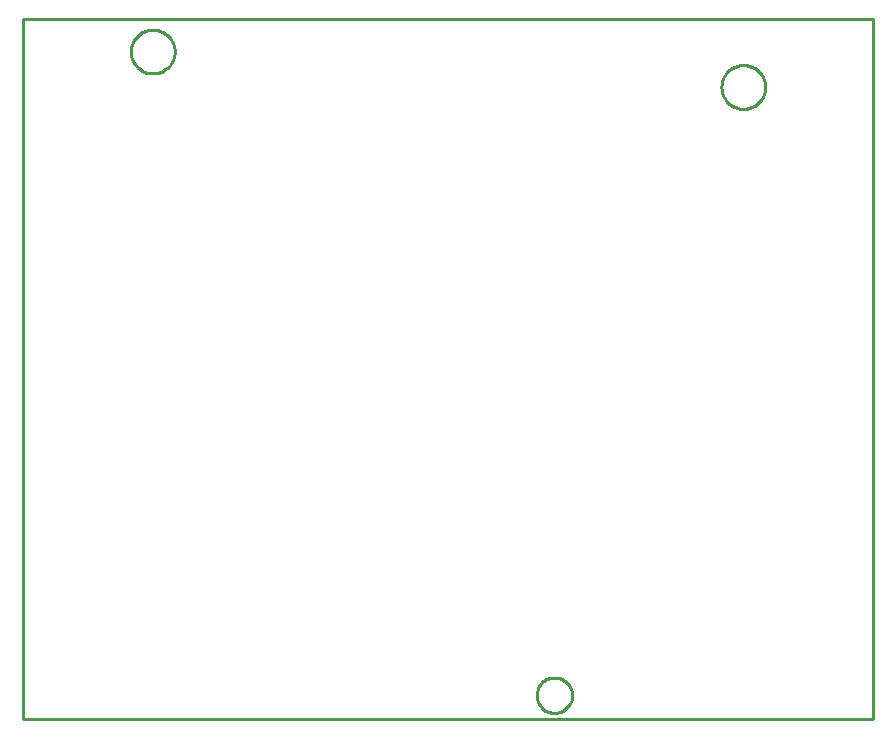
<source format=gbr>
G04 EAGLE Gerber RS-274X export*
G75*
%MOMM*%
%FSLAX34Y34*%
%LPD*%
%IN*%
%IPPOS*%
%AMOC8*
5,1,8,0,0,1.08239X$1,22.5*%
G01*
%ADD10C,0.254000*%


D10*
X0Y-10000D02*
X720000Y-10000D01*
X720000Y582500D01*
X0Y582500D01*
X0Y-10000D01*
X128500Y554394D02*
X128421Y553186D01*
X128263Y551985D01*
X128026Y550797D01*
X127713Y549627D01*
X127324Y548480D01*
X126860Y547361D01*
X126324Y546275D01*
X125719Y545226D01*
X125046Y544218D01*
X124308Y543257D01*
X123510Y542347D01*
X122653Y541490D01*
X121743Y540692D01*
X120782Y539954D01*
X119775Y539281D01*
X118726Y538676D01*
X117639Y538140D01*
X116520Y537676D01*
X115373Y537287D01*
X114203Y536974D01*
X113015Y536737D01*
X111814Y536579D01*
X110606Y536500D01*
X109394Y536500D01*
X108186Y536579D01*
X106985Y536737D01*
X105797Y536974D01*
X104627Y537287D01*
X103480Y537676D01*
X102361Y538140D01*
X101275Y538676D01*
X100226Y539281D01*
X99218Y539954D01*
X98257Y540692D01*
X97347Y541490D01*
X96490Y542347D01*
X95692Y543257D01*
X94954Y544218D01*
X94281Y545226D01*
X93676Y546275D01*
X93140Y547361D01*
X92676Y548480D01*
X92287Y549627D01*
X91974Y550797D01*
X91737Y551985D01*
X91579Y553186D01*
X91500Y554394D01*
X91500Y555606D01*
X91579Y556814D01*
X91737Y558015D01*
X91974Y559203D01*
X92287Y560373D01*
X92676Y561520D01*
X93140Y562639D01*
X93676Y563726D01*
X94281Y564775D01*
X94954Y565782D01*
X95692Y566743D01*
X96490Y567653D01*
X97347Y568510D01*
X98257Y569308D01*
X99218Y570046D01*
X100226Y570719D01*
X101275Y571324D01*
X102361Y571860D01*
X103480Y572324D01*
X104627Y572713D01*
X105797Y573026D01*
X106985Y573263D01*
X108186Y573421D01*
X109394Y573500D01*
X110606Y573500D01*
X111814Y573421D01*
X113015Y573263D01*
X114203Y573026D01*
X115373Y572713D01*
X116520Y572324D01*
X117639Y571860D01*
X118726Y571324D01*
X119775Y570719D01*
X120782Y570046D01*
X121743Y569308D01*
X122653Y568510D01*
X123510Y567653D01*
X124308Y566743D01*
X125046Y565782D01*
X125719Y564775D01*
X126324Y563726D01*
X126860Y562639D01*
X127324Y561520D01*
X127713Y560373D01*
X128026Y559203D01*
X128263Y558015D01*
X128421Y556814D01*
X128500Y555606D01*
X128500Y554394D01*
X628500Y524394D02*
X628421Y523186D01*
X628263Y521985D01*
X628026Y520797D01*
X627713Y519627D01*
X627324Y518480D01*
X626860Y517361D01*
X626324Y516275D01*
X625719Y515226D01*
X625046Y514218D01*
X624308Y513257D01*
X623510Y512347D01*
X622653Y511490D01*
X621743Y510692D01*
X620782Y509954D01*
X619775Y509281D01*
X618726Y508676D01*
X617639Y508140D01*
X616520Y507676D01*
X615373Y507287D01*
X614203Y506974D01*
X613015Y506737D01*
X611814Y506579D01*
X610606Y506500D01*
X609394Y506500D01*
X608186Y506579D01*
X606985Y506737D01*
X605797Y506974D01*
X604627Y507287D01*
X603480Y507676D01*
X602361Y508140D01*
X601275Y508676D01*
X600226Y509281D01*
X599218Y509954D01*
X598257Y510692D01*
X597347Y511490D01*
X596490Y512347D01*
X595692Y513257D01*
X594954Y514218D01*
X594281Y515226D01*
X593676Y516275D01*
X593140Y517361D01*
X592676Y518480D01*
X592287Y519627D01*
X591974Y520797D01*
X591737Y521985D01*
X591579Y523186D01*
X591500Y524394D01*
X591500Y525606D01*
X591579Y526814D01*
X591737Y528015D01*
X591974Y529203D01*
X592287Y530373D01*
X592676Y531520D01*
X593140Y532639D01*
X593676Y533726D01*
X594281Y534775D01*
X594954Y535782D01*
X595692Y536743D01*
X596490Y537653D01*
X597347Y538510D01*
X598257Y539308D01*
X599218Y540046D01*
X600226Y540719D01*
X601275Y541324D01*
X602361Y541860D01*
X603480Y542324D01*
X604627Y542713D01*
X605797Y543026D01*
X606985Y543263D01*
X608186Y543421D01*
X609394Y543500D01*
X610606Y543500D01*
X611814Y543421D01*
X613015Y543263D01*
X614203Y543026D01*
X615373Y542713D01*
X616520Y542324D01*
X617639Y541860D01*
X618726Y541324D01*
X619775Y540719D01*
X620782Y540046D01*
X621743Y539308D01*
X622653Y538510D01*
X623510Y537653D01*
X624308Y536743D01*
X625046Y535782D01*
X625719Y534775D01*
X626324Y533726D01*
X626860Y532639D01*
X627324Y531520D01*
X627713Y530373D01*
X628026Y529203D01*
X628263Y528015D01*
X628421Y526814D01*
X628500Y525606D01*
X628500Y524394D01*
X465000Y9464D02*
X464924Y8396D01*
X464771Y7335D01*
X464543Y6288D01*
X464241Y5260D01*
X463867Y4256D01*
X463422Y3281D01*
X462908Y2341D01*
X462329Y1440D01*
X461687Y582D01*
X460985Y-228D01*
X460228Y-985D01*
X459418Y-1687D01*
X458560Y-2329D01*
X457659Y-2908D01*
X456719Y-3422D01*
X455744Y-3867D01*
X454740Y-4241D01*
X453712Y-4543D01*
X452665Y-4771D01*
X451604Y-4924D01*
X450536Y-5000D01*
X449464Y-5000D01*
X448396Y-4924D01*
X447335Y-4771D01*
X446288Y-4543D01*
X445260Y-4241D01*
X444256Y-3867D01*
X443281Y-3422D01*
X442341Y-2908D01*
X441440Y-2329D01*
X440582Y-1687D01*
X439772Y-985D01*
X439015Y-228D01*
X438313Y582D01*
X437671Y1440D01*
X437092Y2341D01*
X436578Y3281D01*
X436133Y4256D01*
X435759Y5260D01*
X435457Y6288D01*
X435229Y7335D01*
X435076Y8396D01*
X435000Y9464D01*
X435000Y10536D01*
X435076Y11604D01*
X435229Y12665D01*
X435457Y13712D01*
X435759Y14740D01*
X436133Y15744D01*
X436578Y16719D01*
X437092Y17659D01*
X437671Y18560D01*
X438313Y19418D01*
X439015Y20228D01*
X439772Y20985D01*
X440582Y21687D01*
X441440Y22329D01*
X442341Y22908D01*
X443281Y23422D01*
X444256Y23867D01*
X445260Y24241D01*
X446288Y24543D01*
X447335Y24771D01*
X448396Y24924D01*
X449464Y25000D01*
X450536Y25000D01*
X451604Y24924D01*
X452665Y24771D01*
X453712Y24543D01*
X454740Y24241D01*
X455744Y23867D01*
X456719Y23422D01*
X457659Y22908D01*
X458560Y22329D01*
X459418Y21687D01*
X460228Y20985D01*
X460985Y20228D01*
X461687Y19418D01*
X462329Y18560D01*
X462908Y17659D01*
X463422Y16719D01*
X463867Y15744D01*
X464241Y14740D01*
X464543Y13712D01*
X464771Y12665D01*
X464924Y11604D01*
X465000Y10536D01*
X465000Y9464D01*
M02*

</source>
